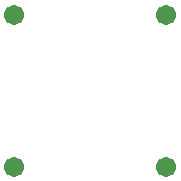
<source format=gts>
%FSLAX44Y44*%
%MOMM*%
G71*
G01*
G75*
G04 Layer_Color=8388736*
%ADD10C,1.5000*%
%ADD11C,0.6000*%
%ADD12O,0.8000X5.0800*%
%ADD13R,0.8000X5.0800*%
%ADD14C,0.2000*%
%ADD15C,0.1500*%
%ADD16C,1.7032*%
D16*
X1064350Y935650D02*
D03*
X935653Y935653D02*
D03*
X1064347Y1064347D02*
D03*
X935653D02*
D03*
M02*

</source>
